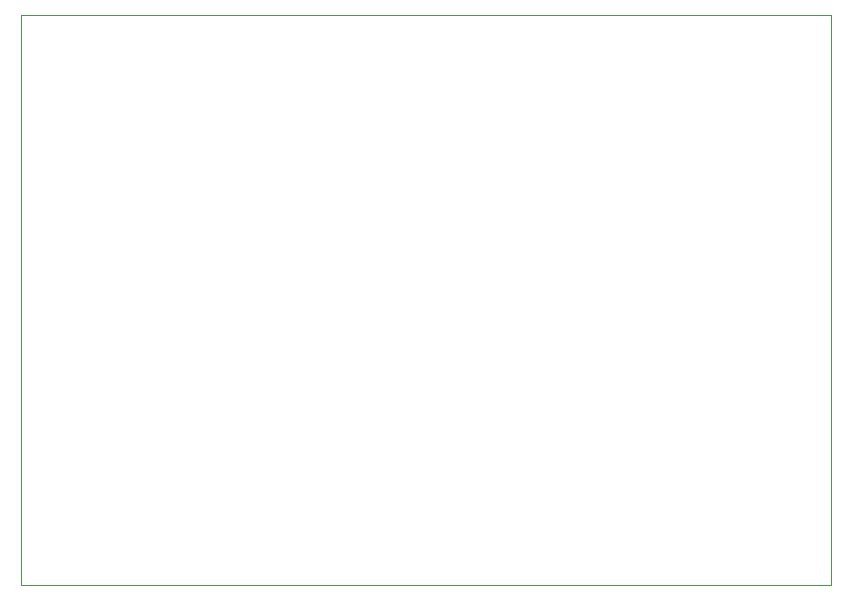
<source format=gbr>
%TF.GenerationSoftware,KiCad,Pcbnew,5.1.5+dfsg1-2build2*%
%TF.CreationDate,2020-10-06T01:11:40+02:00*%
%TF.ProjectId,pcb_50x70mm,7063625f-3530-4783-9730-6d6d2e6b6963,1.0*%
%TF.SameCoordinates,PX63ebd58PY6049a88*%
%TF.FileFunction,Legend,Top*%
%TF.FilePolarity,Positive*%
%FSLAX46Y46*%
G04 Gerber Fmt 4.6, Leading zero omitted, Abs format (unit mm)*
G04 Created by KiCad (PCBNEW 5.1.5+dfsg1-2build2) date 2020-10-06 01:11:40*
%MOMM*%
%LPD*%
G04 APERTURE LIST*
%ADD10C,0.120000*%
%ADD11C,1.626000*%
G04 APERTURE END LIST*
D10*
%TO.C,e*%
X1270000Y1270000D02*
X1270000Y49530000D01*
X69850000Y1270000D02*
X1270000Y1270000D01*
X69850000Y49530000D02*
X69850000Y1270000D01*
X1270000Y49530000D02*
X69850000Y49530000D01*
%TD*%
%LPC*%
D11*
%TO.C,e*%
X68580000Y2540000D03*
X66040000Y2540000D03*
X63500000Y2540000D03*
X60960000Y2540000D03*
X58420000Y2540000D03*
X55880000Y2540000D03*
X53340000Y2540000D03*
X50800000Y2540000D03*
X48260000Y2540000D03*
X45720000Y2540000D03*
X43180000Y2540000D03*
X40640000Y2540000D03*
X38100000Y2540000D03*
X35560000Y2540000D03*
X33020000Y2540000D03*
X30480000Y2540000D03*
X27940000Y2540000D03*
X25400000Y2540000D03*
X22860000Y2540000D03*
X20320000Y2540000D03*
X17780000Y2540000D03*
X15240000Y2540000D03*
X12700000Y2540000D03*
X10160000Y2540000D03*
X7620000Y2540000D03*
X5080000Y2540000D03*
X2540000Y2540000D03*
X68580000Y5080000D03*
X66040000Y5080000D03*
X63500000Y5080000D03*
X60960000Y5080000D03*
X58420000Y5080000D03*
X55880000Y5080000D03*
X53340000Y5080000D03*
X50800000Y5080000D03*
X48260000Y5080000D03*
X45720000Y5080000D03*
X43180000Y5080000D03*
X40640000Y5080000D03*
X38100000Y5080000D03*
X35560000Y5080000D03*
X33020000Y5080000D03*
X30480000Y5080000D03*
X27940000Y5080000D03*
X25400000Y5080000D03*
X22860000Y5080000D03*
X20320000Y5080000D03*
X17780000Y5080000D03*
X15240000Y5080000D03*
X12700000Y5080000D03*
X10160000Y5080000D03*
X7620000Y5080000D03*
X5080000Y5080000D03*
X2540000Y5080000D03*
X68580000Y7620000D03*
X66040000Y7620000D03*
X63500000Y7620000D03*
X60960000Y7620000D03*
X58420000Y7620000D03*
X55880000Y7620000D03*
X53340000Y7620000D03*
X50800000Y7620000D03*
X48260000Y7620000D03*
X45720000Y7620000D03*
X43180000Y7620000D03*
X40640000Y7620000D03*
X38100000Y7620000D03*
X35560000Y7620000D03*
X33020000Y7620000D03*
X30480000Y7620000D03*
X27940000Y7620000D03*
X25400000Y7620000D03*
X22860000Y7620000D03*
X20320000Y7620000D03*
X17780000Y7620000D03*
X15240000Y7620000D03*
X12700000Y7620000D03*
X10160000Y7620000D03*
X7620000Y7620000D03*
X5080000Y7620000D03*
X2540000Y7620000D03*
X68580000Y10160000D03*
X66040000Y10160000D03*
X63500000Y10160000D03*
X60960000Y10160000D03*
X58420000Y10160000D03*
X55880000Y10160000D03*
X53340000Y10160000D03*
X50800000Y10160000D03*
X48260000Y10160000D03*
X45720000Y10160000D03*
X43180000Y10160000D03*
X40640000Y10160000D03*
X38100000Y10160000D03*
X35560000Y10160000D03*
X33020000Y10160000D03*
X30480000Y10160000D03*
X27940000Y10160000D03*
X25400000Y10160000D03*
X22860000Y10160000D03*
X20320000Y10160000D03*
X17780000Y10160000D03*
X15240000Y10160000D03*
X12700000Y10160000D03*
X10160000Y10160000D03*
X7620000Y10160000D03*
X5080000Y10160000D03*
X2540000Y10160000D03*
X68580000Y12700000D03*
X66040000Y12700000D03*
X63500000Y12700000D03*
X60960000Y12700000D03*
X58420000Y12700000D03*
X55880000Y12700000D03*
X53340000Y12700000D03*
X50800000Y12700000D03*
X48260000Y12700000D03*
X45720000Y12700000D03*
X43180000Y12700000D03*
X40640000Y12700000D03*
X38100000Y12700000D03*
X35560000Y12700000D03*
X33020000Y12700000D03*
X30480000Y12700000D03*
X27940000Y12700000D03*
X25400000Y12700000D03*
X22860000Y12700000D03*
X20320000Y12700000D03*
X17780000Y12700000D03*
X15240000Y12700000D03*
X12700000Y12700000D03*
X10160000Y12700000D03*
X7620000Y12700000D03*
X5080000Y12700000D03*
X2540000Y12700000D03*
X68580000Y15240000D03*
X66040000Y15240000D03*
X63500000Y15240000D03*
X60960000Y15240000D03*
X58420000Y15240000D03*
X55880000Y15240000D03*
X53340000Y15240000D03*
X50800000Y15240000D03*
X48260000Y15240000D03*
X45720000Y15240000D03*
X43180000Y15240000D03*
X40640000Y15240000D03*
X38100000Y15240000D03*
X35560000Y15240000D03*
X33020000Y15240000D03*
X30480000Y15240000D03*
X27940000Y15240000D03*
X25400000Y15240000D03*
X22860000Y15240000D03*
X20320000Y15240000D03*
X17780000Y15240000D03*
X15240000Y15240000D03*
X12700000Y15240000D03*
X10160000Y15240000D03*
X7620000Y15240000D03*
X5080000Y15240000D03*
X2540000Y15240000D03*
X68580000Y17780000D03*
X66040000Y17780000D03*
X63500000Y17780000D03*
X60960000Y17780000D03*
X58420000Y17780000D03*
X55880000Y17780000D03*
X53340000Y17780000D03*
X50800000Y17780000D03*
X48260000Y17780000D03*
X45720000Y17780000D03*
X43180000Y17780000D03*
X40640000Y17780000D03*
X38100000Y17780000D03*
X35560000Y17780000D03*
X33020000Y17780000D03*
X30480000Y17780000D03*
X27940000Y17780000D03*
X25400000Y17780000D03*
X22860000Y17780000D03*
X20320000Y17780000D03*
X17780000Y17780000D03*
X15240000Y17780000D03*
X12700000Y17780000D03*
X10160000Y17780000D03*
X7620000Y17780000D03*
X5080000Y17780000D03*
X2540000Y17780000D03*
X68580000Y20320000D03*
X66040000Y20320000D03*
X63500000Y20320000D03*
X60960000Y20320000D03*
X58420000Y20320000D03*
X55880000Y20320000D03*
X53340000Y20320000D03*
X50800000Y20320000D03*
X48260000Y20320000D03*
X45720000Y20320000D03*
X43180000Y20320000D03*
X40640000Y20320000D03*
X38100000Y20320000D03*
X35560000Y20320000D03*
X33020000Y20320000D03*
X30480000Y20320000D03*
X27940000Y20320000D03*
X25400000Y20320000D03*
X22860000Y20320000D03*
X20320000Y20320000D03*
X17780000Y20320000D03*
X15240000Y20320000D03*
X12700000Y20320000D03*
X10160000Y20320000D03*
X7620000Y20320000D03*
X5080000Y20320000D03*
X2540000Y20320000D03*
X68580000Y22860000D03*
X66040000Y22860000D03*
X63500000Y22860000D03*
X60960000Y22860000D03*
X58420000Y22860000D03*
X55880000Y22860000D03*
X53340000Y22860000D03*
X50800000Y22860000D03*
X48260000Y22860000D03*
X45720000Y22860000D03*
X43180000Y22860000D03*
X40640000Y22860000D03*
X38100000Y22860000D03*
X35560000Y22860000D03*
X33020000Y22860000D03*
X30480000Y22860000D03*
X27940000Y22860000D03*
X25400000Y22860000D03*
X22860000Y22860000D03*
X20320000Y22860000D03*
X17780000Y22860000D03*
X15240000Y22860000D03*
X12700000Y22860000D03*
X10160000Y22860000D03*
X7620000Y22860000D03*
X5080000Y22860000D03*
X2540000Y22860000D03*
X68580000Y25400000D03*
X66040000Y25400000D03*
X63500000Y25400000D03*
X60960000Y25400000D03*
X58420000Y25400000D03*
X55880000Y25400000D03*
X53340000Y25400000D03*
X50800000Y25400000D03*
X48260000Y25400000D03*
X45720000Y25400000D03*
X43180000Y25400000D03*
X40640000Y25400000D03*
X38100000Y25400000D03*
X35560000Y25400000D03*
X33020000Y25400000D03*
X30480000Y25400000D03*
X27940000Y25400000D03*
X25400000Y25400000D03*
X22860000Y25400000D03*
X20320000Y25400000D03*
X17780000Y25400000D03*
X15240000Y25400000D03*
X12700000Y25400000D03*
X10160000Y25400000D03*
X7620000Y25400000D03*
X5080000Y25400000D03*
X2540000Y25400000D03*
X68580000Y27940000D03*
X66040000Y27940000D03*
X63500000Y27940000D03*
X60960000Y27940000D03*
X58420000Y27940000D03*
X55880000Y27940000D03*
X53340000Y27940000D03*
X50800000Y27940000D03*
X48260000Y27940000D03*
X45720000Y27940000D03*
X43180000Y27940000D03*
X40640000Y27940000D03*
X38100000Y27940000D03*
X35560000Y27940000D03*
X33020000Y27940000D03*
X30480000Y27940000D03*
X27940000Y27940000D03*
X25400000Y27940000D03*
X22860000Y27940000D03*
X20320000Y27940000D03*
X17780000Y27940000D03*
X15240000Y27940000D03*
X12700000Y27940000D03*
X10160000Y27940000D03*
X7620000Y27940000D03*
X5080000Y27940000D03*
X2540000Y27940000D03*
X68580000Y30480000D03*
X66040000Y30480000D03*
X63500000Y30480000D03*
X60960000Y30480000D03*
X58420000Y30480000D03*
X55880000Y30480000D03*
X53340000Y30480000D03*
X50800000Y30480000D03*
X48260000Y30480000D03*
X45720000Y30480000D03*
X43180000Y30480000D03*
X40640000Y30480000D03*
X38100000Y30480000D03*
X35560000Y30480000D03*
X33020000Y30480000D03*
X30480000Y30480000D03*
X27940000Y30480000D03*
X25400000Y30480000D03*
X22860000Y30480000D03*
X20320000Y30480000D03*
X17780000Y30480000D03*
X15240000Y30480000D03*
X12700000Y30480000D03*
X10160000Y30480000D03*
X7620000Y30480000D03*
X5080000Y30480000D03*
X2540000Y30480000D03*
X68580000Y33020000D03*
X66040000Y33020000D03*
X63500000Y33020000D03*
X60960000Y33020000D03*
X58420000Y33020000D03*
X55880000Y33020000D03*
X53340000Y33020000D03*
X50800000Y33020000D03*
X48260000Y33020000D03*
X45720000Y33020000D03*
X43180000Y33020000D03*
X40640000Y33020000D03*
X38100000Y33020000D03*
X35560000Y33020000D03*
X33020000Y33020000D03*
X30480000Y33020000D03*
X27940000Y33020000D03*
X25400000Y33020000D03*
X22860000Y33020000D03*
X20320000Y33020000D03*
X17780000Y33020000D03*
X15240000Y33020000D03*
X12700000Y33020000D03*
X10160000Y33020000D03*
X7620000Y33020000D03*
X5080000Y33020000D03*
X2540000Y33020000D03*
X68580000Y35560000D03*
X66040000Y35560000D03*
X63500000Y35560000D03*
X60960000Y35560000D03*
X58420000Y35560000D03*
X55880000Y35560000D03*
X53340000Y35560000D03*
X50800000Y35560000D03*
X48260000Y35560000D03*
X45720000Y35560000D03*
X43180000Y35560000D03*
X40640000Y35560000D03*
X38100000Y35560000D03*
X35560000Y35560000D03*
X33020000Y35560000D03*
X30480000Y35560000D03*
X27940000Y35560000D03*
X25400000Y35560000D03*
X22860000Y35560000D03*
X20320000Y35560000D03*
X17780000Y35560000D03*
X15240000Y35560000D03*
X12700000Y35560000D03*
X10160000Y35560000D03*
X7620000Y35560000D03*
X5080000Y35560000D03*
X2540000Y35560000D03*
X68580000Y38100000D03*
X66040000Y38100000D03*
X63500000Y38100000D03*
X60960000Y38100000D03*
X58420000Y38100000D03*
X55880000Y38100000D03*
X53340000Y38100000D03*
X50800000Y38100000D03*
X48260000Y38100000D03*
X45720000Y38100000D03*
X43180000Y38100000D03*
X40640000Y38100000D03*
X38100000Y38100000D03*
X35560000Y38100000D03*
X33020000Y38100000D03*
X30480000Y38100000D03*
X27940000Y38100000D03*
X25400000Y38100000D03*
X22860000Y38100000D03*
X20320000Y38100000D03*
X17780000Y38100000D03*
X15240000Y38100000D03*
X12700000Y38100000D03*
X10160000Y38100000D03*
X7620000Y38100000D03*
X5080000Y38100000D03*
X2540000Y38100000D03*
X68580000Y40640000D03*
X66040000Y40640000D03*
X63500000Y40640000D03*
X60960000Y40640000D03*
X58420000Y40640000D03*
X55880000Y40640000D03*
X53340000Y40640000D03*
X50800000Y40640000D03*
X48260000Y40640000D03*
X45720000Y40640000D03*
X43180000Y40640000D03*
X40640000Y40640000D03*
X38100000Y40640000D03*
X35560000Y40640000D03*
X33020000Y40640000D03*
X30480000Y40640000D03*
X27940000Y40640000D03*
X25400000Y40640000D03*
X22860000Y40640000D03*
X20320000Y40640000D03*
X17780000Y40640000D03*
X15240000Y40640000D03*
X12700000Y40640000D03*
X10160000Y40640000D03*
X7620000Y40640000D03*
X5080000Y40640000D03*
X2540000Y40640000D03*
X68580000Y43180000D03*
X66040000Y43180000D03*
X63500000Y43180000D03*
X60960000Y43180000D03*
X58420000Y43180000D03*
X55880000Y43180000D03*
X53340000Y43180000D03*
X50800000Y43180000D03*
X48260000Y43180000D03*
X45720000Y43180000D03*
X43180000Y43180000D03*
X40640000Y43180000D03*
X38100000Y43180000D03*
X35560000Y43180000D03*
X33020000Y43180000D03*
X30480000Y43180000D03*
X27940000Y43180000D03*
X25400000Y43180000D03*
X22860000Y43180000D03*
X20320000Y43180000D03*
X17780000Y43180000D03*
X15240000Y43180000D03*
X12700000Y43180000D03*
X10160000Y43180000D03*
X7620000Y43180000D03*
X5080000Y43180000D03*
X2540000Y43180000D03*
X68580000Y45720000D03*
X66040000Y45720000D03*
X63500000Y45720000D03*
X60960000Y45720000D03*
X58420000Y45720000D03*
X55880000Y45720000D03*
X53340000Y45720000D03*
X50800000Y45720000D03*
X48260000Y45720000D03*
X45720000Y45720000D03*
X43180000Y45720000D03*
X40640000Y45720000D03*
X38100000Y45720000D03*
X35560000Y45720000D03*
X33020000Y45720000D03*
X30480000Y45720000D03*
X27940000Y45720000D03*
X25400000Y45720000D03*
X22860000Y45720000D03*
X20320000Y45720000D03*
X17780000Y45720000D03*
X15240000Y45720000D03*
X12700000Y45720000D03*
X10160000Y45720000D03*
X7620000Y45720000D03*
X5080000Y45720000D03*
X2540000Y45720000D03*
X68580000Y48260000D03*
X66040000Y48260000D03*
X63500000Y48260000D03*
X60960000Y48260000D03*
X58420000Y48260000D03*
X55880000Y48260000D03*
X53340000Y48260000D03*
X50800000Y48260000D03*
X48260000Y48260000D03*
X45720000Y48260000D03*
X43180000Y48260000D03*
X40640000Y48260000D03*
X38100000Y48260000D03*
X35560000Y48260000D03*
X33020000Y48260000D03*
X30480000Y48260000D03*
X27940000Y48260000D03*
X25400000Y48260000D03*
X22860000Y48260000D03*
X20320000Y48260000D03*
X17780000Y48260000D03*
X15240000Y48260000D03*
X12700000Y48260000D03*
X10160000Y48260000D03*
X7620000Y48260000D03*
X5080000Y48260000D03*
X2540000Y48260000D03*
%TD*%
M02*

</source>
